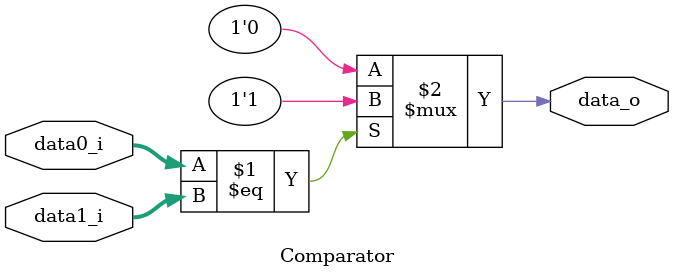
<source format=v>
module Comparator
(
    data0_i,
    data1_i,
    data_o
);

input [31:0] data0_i,data1_i;
output data_o;
assign data_o=(data0_i==data1_i)?1'b1:1'b0;

endmodule
</source>
